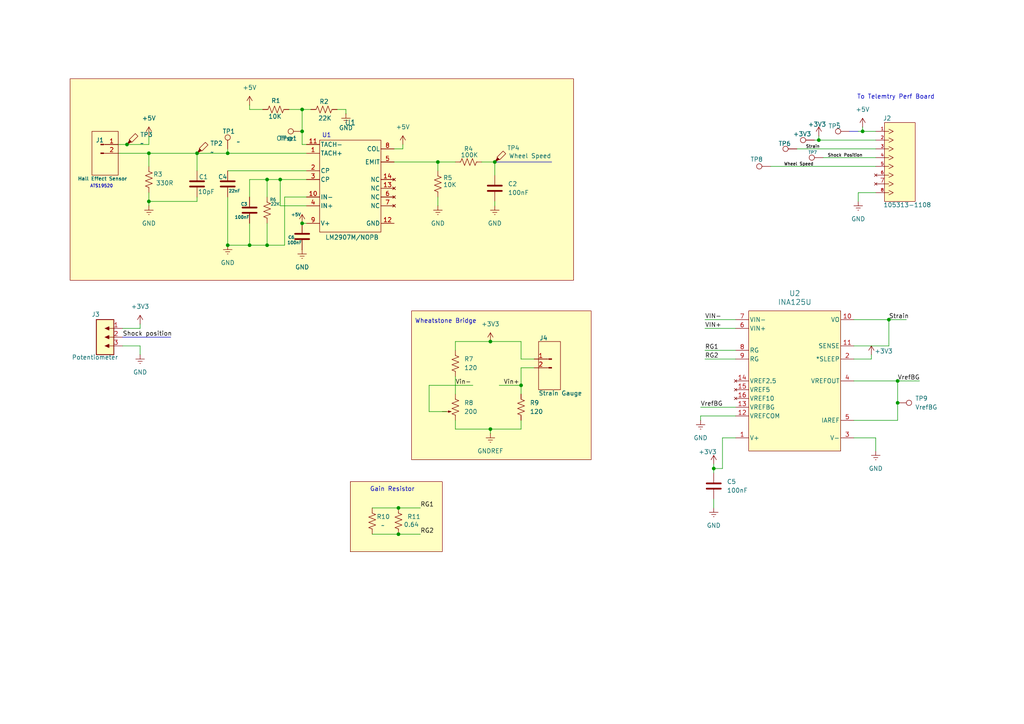
<source format=kicad_sch>
(kicad_sch (version 20231120) (generator "eeschema") (generator_version "8.0")
  (paper "A4")
  (lib_symbols
    (symbol "Conn_01x02_Pin_1" (pin_names (offset 1.016) hide)
      (property "Reference" "J4" (at 3.556 -8.636 0))
      (property "Value" "Strain Gauge" (at 3.81 7.366 0))
      (symbol "Conn_01x02_Pin_1_1_1"
        (polyline (pts (xy 1.27 -2.54) (xy 0.8636 -2.54)) (stroke (width 0.1524)))
        (polyline (pts (xy 1.27 0) (xy 0.8636 0)) (stroke (width 0.1524)))
        (rectangle (start 0.8636 -2.413) (end 0 -2.667) (stroke (width 0.1524)) (fill (type outline)))
        (rectangle (start 0.8636 0.127) (end 0 -0.127) (stroke (width 0.1524)) (fill (type outline)))
        (pin passive line (at 5.08 -2.54 180) (length 3.81) (name "Pin_2") (number "1"))
        (pin passive line (at 5.08 0 180) (length 3.81) (name "Pin_1") (number "2"))
      )
    )
    (symbol "Connector:Conn_01x02_Pin" (pin_names (offset 1.016) hide)
      (property "Reference" "J1" (at -0.254 1.27 0))
      (property "Value" "Hall Effect Sensor" (at -0.254 -4.572 0))
      (symbol "Conn_01x02_Pin_1_1"
        (rectangle (start -2.54 3.81) (end 5.08 -8.89) (fill (type background)))
        (polyline (pts (xy 1.27 -2.54) (xy 0.8636 -2.54)) (stroke (width 0.1524)))
        (polyline (pts (xy 1.27 0) (xy 0.8636 0)) (stroke (width 0.1524)))
        (rectangle (start 0.8636 -2.413) (end 0 -2.667) (stroke (width 0.1524)) (fill (type outline)))
        (rectangle (start 0.8636 0.127) (end 0 -0.127) (stroke (width 0.1524)) (fill (type outline)))
        (pin passive line (at 5.08 0 180) (length 3.81) (name "Pin_1") (number "1"))
        (pin passive line (at 5.08 -2.54 180) (length 3.81) (name "Pin_2") (number "2"))
      )
    )
    (symbol "Connector:Conn_01x08_Pin" (pin_names (offset 1.016) hide)
      (property "Reference" "J2" (at 8.382 11.43 0))
      (property "Value" "105313-1108" (at 3.81 -15.24 0))
      (symbol "Conn_01x08_Pin_1_1"
        (rectangle (start 7.62 10.16) (end 16.51 -12.7) (fill (type background)))
        (pin passive clock (at 5.08 7.62 0) (length 3.81) (name "Pin_1") (number "1"))
        (pin passive clock (at 5.08 5.08 0) (length 3.81) (name "Pin_2") (number "2"))
        (pin passive clock (at 5.08 2.54 0) (length 3.81) (name "Pin_3") (number "3"))
        (pin passive clock (at 5.08 0 0) (length 3.81) (name "Pin_4") (number "4"))
        (pin passive clock (at 5.08 -2.54 0) (length 3.81) (name "Pin_5") (number "5"))
        (pin no_connect clock (at 5.08 -5.08 0) (length 3.81) (name "Pin_6") (number "6"))
        (pin no_connect clock (at 5.08 -7.62 0) (length 3.81) (name "Pin_7") (number "7"))
        (pin passive clock (at 5.08 -10.16 0) (length 3.81) (name "Pin_8") (number "8"))
      )
    )
    (symbol "Connector:TestPoint" (pin_numbers hide) (pin_names (offset 0.762) hide)
      (property "Reference" "TP" (at 0 6.858 0))
      (property "Value" "TestPoint" (at 0 5.08 0))
      (symbol "TestPoint_0_1"
        (circle (center 0 3.302) (radius 0.762))
      )
      (symbol "TestPoint_1_1"
        (pin passive line (at 0 0 90) (length 2.54) (name "1") (number "1"))
      )
    )
    (symbol "Connector:TestPoint_Probe" (pin_numbers hide) (pin_names (offset 0.762) hide)
      (property "Reference" "TP" (at 1.651 5.842 0))
      (property "Value" "TestPoint_Probe" (at 1.651 4.064 0))
      (symbol "TestPoint_Probe_0_1"
        (polyline (pts (xy 1.27 0.762) (xy 0 0) (xy 0.762 1.27) (xy 1.27 0.762)) (fill (type outline)))
        (polyline (pts (xy 1.397 0.635) (xy 0.635 1.397) (xy 2.413 3.175) (xy 3.175 2.413) (xy 1.397 0.635)) (fill (type background)))
      )
      (symbol "TestPoint_Probe_1_1"
        (pin passive line (at 0 0 90) (length 0) (name "1") (number "1"))
      )
    )
    (symbol "Device:C" (pin_numbers hide) (pin_names (offset 0.254))
      (property "Reference" "C" (at 0.635 2.54 0))
      (property "Value" "C" (at 0.635 -2.54 0))
      (symbol "C_0_1"
        (polyline (pts (xy -2.032 -0.762) (xy 2.032 -0.762)) (stroke (width 0.508)))
        (polyline (pts (xy -2.032 0.762) (xy 2.032 0.762)) (stroke (width 0.508)))
      )
      (symbol "C_1_1"
        (pin passive line (at 0 3.81 270) (length 2.794) (name "~") (number "1"))
        (pin passive line (at 0 -3.81 90) (length 2.794) (name "~") (number "2"))
      )
    )
    (symbol "Device:R_Potentiometer" (pin_names (offset 1.016) hide)
      (property "Reference" "J3" (at -2.794 7.874 0))
      (property "Value" "R_Potentiometer" (at 2.54 -4.572 0))
      (symbol "R_Potentiometer_0_1"
        (polyline (pts (xy -1.27 -1.27) (xy -0.127 -0.762) (xy -0.127 -1.778) (xy -1.27 -1.27)) (fill (type outline)))
        (polyline (pts (xy -1.27 1.27) (xy -0.127 1.778) (xy -0.127 0.762) (xy -1.27 1.27)) (fill (type outline)))
        (polyline (pts (xy -1.27 3.81) (xy -0.127 4.318) (xy -0.127 3.302) (xy -1.27 3.81)) (fill (type outline)))
      )
      (symbol "R_Potentiometer_1_1"
        (rectangle (start -3.81 6.35) (end 1.27 -3.81) (stroke (width 0.254)) (fill (type background)))
        (pin passive line (at 3.81 3.81 180) (length 3.81) (name "1") (number "1"))
        (pin passive line (at 3.81 1.27 180) (length 3.81) (name "2") (number "2"))
        (pin passive line (at 3.81 -1.27 180) (length 3.81) (name "3") (number "3"))
      )
    )
    (symbol "Device:R_US" (pin_numbers hide) (pin_names (offset 0))
      (property "Reference" "R" (at 2.54 0 90))
      (property "Value" "R_US" (at -2.54 0 90))
      (symbol "R_US_0_1"
        (polyline (pts (xy 0 -2.286) (xy 0 -2.54)))
        (polyline (pts (xy 0 2.286) (xy 0 2.54)))
        (polyline (pts (xy 0 -0.762) (xy 1.016 -1.143) (xy 0 -1.524) (xy -1.016 -1.905) (xy 0 -2.286)))
        (polyline (pts (xy 0 0.762) (xy 1.016 0.381) (xy 0 0) (xy -1.016 -0.381) (xy 0 -0.762)))
        (polyline (pts (xy 0 2.286) (xy 1.016 1.905) (xy 0 1.524) (xy -1.016 1.143) (xy 0 0.762)))
      )
      (symbol "R_US_1_1"
        (pin passive line (at 0 3.81 270) (length 1.27) (name "~") (number "1"))
        (pin passive line (at 0 -3.81 90) (length 1.27) (name "~") (number "2"))
      )
    )
    (symbol "FS_3_Global_Symbol_Library:LM2907M_NOPB" (pin_names (offset 0.254))
      (property "Value" "LM2907M/NOPB" (at 8.636 -5.334 0))
      (symbol "LM2907M_NOPB_1_1"
        (rectangle (start 0 22.86) (end 17.78 -3.81) (fill (type background)))
        (pin input line (at -3.81 19.05 0) (length 3.81) (name "TACH+") (number "1"))
        (pin input line (at -3.81 6.35 0) (length 3.81) (name "IN-") (number "10"))
        (pin input line (at -3.81 21.59 0) (length 3.81) (name "TACH-") (number "11"))
        (pin power_in line (at 21.59 -1.27 180) (length 3.81) (name "GND") (number "12"))
        (pin no_connect line (at 21.59 8.89 180) (length 3.81) (name "NC") (number "13"))
        (pin no_connect line (at 21.59 11.43 180) (length 3.81) (name "NC") (number "14"))
        (pin passive line (at -3.81 13.97 0) (length 3.81) (name "CP") (number "2"))
        (pin passive line (at -3.81 11.43 0) (length 3.81) (name "CP") (number "3"))
        (pin passive line (at -3.81 3.81 0) (length 3.81) (name "IN+") (number "4"))
        (pin passive line (at 21.59 16.51 180) (length 3.81) (name "EMIT") (number "5"))
        (pin no_connect line (at 21.59 6.35 180) (length 3.81) (name "NC") (number "6"))
        (pin no_connect line (at 21.59 3.81 180) (length 3.81) (name "NC") (number "7"))
        (pin passive line (at 21.59 20.32 180) (length 3.81) (name "COL") (number "8"))
        (pin power_in line (at -3.81 -1.27 0) (length 3.81) (name "V+") (number "9"))
      )
    )
    (symbol "Graphic:SYM_Arrow_Tiny" (in_bom no) (on_board no)
      (symbol "SYM_Arrow_Tiny_0_1"
        (polyline (pts (xy 1.27 0) (xy -1.27 0)))
        (polyline (pts (xy 1.27 0) (xy 0.508 -0.254) (xy 0.508 0.254) (xy 1.27 0)) (fill (type outline)))
      )
    )
    (symbol "New_Library:INA125U" (pin_names (offset 0.254))
      (property "Reference" "U1" (at 29.845 10.16 0))
      (property "Value" "INA125U" (at 29.845 7.62 0))
      (symbol "INA125U_1_1"
        (rectangle (start 16.51 5.08) (end 43.18 -35.56) (fill (type background)))
        (pin power_in line (at 12.7 -31.75 0) (length 3.81) (name "V+") (number "1"))
        (pin output line (at 46.99 2.54 180) (length 3.81) (name "VO") (number "10"))
        (pin unspecified line (at 46.99 -5.08 180) (length 3.81) (name "SENSE") (number "11"))
        (pin power_in line (at 12.7 -25.4 0) (length 3.81) (name "VREFCOM") (number "12"))
        (pin power_in line (at 12.7 -22.86 0) (length 3.81) (name "VREFBG") (number "13"))
        (pin no_connect line (at 12.7 -15.24 0) (length 3.81) (name "VREF2.5") (number "14"))
        (pin no_connect line (at 12.7 -17.78 0) (length 3.81) (name "VREF5") (number "15"))
        (pin no_connect line (at 12.7 -20.32 0) (length 3.81) (name "VREF10") (number "16"))
        (pin unspecified line (at 46.99 -8.89 180) (length 3.81) (name "*SLEEP") (number "2"))
        (pin power_in line (at 46.99 -31.75 180) (length 3.81) (name "V-") (number "3"))
        (pin output line (at 46.99 -15.24 180) (length 3.81) (name "VREFOUT") (number "4"))
        (pin unspecified line (at 46.99 -26.67 180) (length 3.81) (name "IAREF") (number "5"))
        (pin input line (at 12.7 0 0) (length 3.81) (name "VIN+") (number "6"))
        (pin input line (at 12.7 2.54 0) (length 3.81) (name "VIN-") (number "7"))
        (pin unspecified line (at 12.7 -6.35 0) (length 3.81) (name "RG") (number "8"))
        (pin unspecified line (at 12.7 -8.89 0) (length 3.81) (name "RG") (number "9"))
      )
    )
    (symbol "power:+3V3" (power) (pin_numbers hide) (pin_names (offset 0) hide)
      (property "Value" "+3V3" (at 0 3.556 0))
      (symbol "+3V3_0_1"
        (polyline (pts (xy -0.762 1.27) (xy 0 2.54)))
        (polyline (pts (xy 0 0) (xy 0 2.54)))
        (polyline (pts (xy 0 2.54) (xy 0.762 1.27)))
      )
      (symbol "+3V3_1_1"
        (pin power_in line (at 0 0 90) (length 0) (name "~") (number "1"))
      )
    )
    (symbol "power:+5V" (power) (pin_numbers hide) (pin_names (offset 0) hide)
      (property "Value" "+5V" (at 0 3.556 0))
      (symbol "+5V_0_1"
        (polyline (pts (xy -0.762 1.27) (xy 0 2.54)))
        (polyline (pts (xy 0 0) (xy 0 2.54)))
        (polyline (pts (xy 0 2.54) (xy 0.762 1.27)))
      )
      (symbol "+5V_1_1"
        (pin power_in line (at 0 0 90) (length 0) (name "~") (number "1"))
      )
    )
    (symbol "power:GNDREF" (power) (pin_numbers hide) (pin_names (offset 0) hide)
      (property "Value" "GNDREF" (at 0 -3.81 0))
      (symbol "GNDREF_0_1"
        (polyline (pts (xy -0.635 -1.905) (xy 0.635 -1.905)))
        (polyline (pts (xy -0.127 -2.54) (xy 0.127 -2.54)))
        (polyline (pts (xy 0 -1.27) (xy 0 0)))
        (polyline (pts (xy 1.27 -1.27) (xy -1.27 -1.27)))
      )
      (symbol "GNDREF_1_1"
        (pin power_in line (at 0 0 270) (length 0) (name "~") (number "1"))
      )
    )
  )
  (junction (at 87.63 38.1))
  (junction (at 66.04 44.45))
  (junction (at 77.47 52.07))
  (junction (at 151.13 111.76))
  (junction (at 260.35 116.84))
  (junction (at 260.35 110.49))
  (junction (at 257.81 92.71))
  (junction (at 87.63 64.77))
  (junction (at 43.18 58.42))
  (junction (at 36.83 41.91))
  (junction (at 72.39 71.12))
  (junction (at 66.04 71.12))
  (junction (at 43.18 44.45))
  (junction (at 81.28 52.07))
  (junction (at 142.24 99.06))
  (junction (at 87.63 31.75))
  (junction (at 115.57 154.94))
  (junction (at 250.19 38.1))
  (junction (at 143.51 46.99))
  (junction (at 115.57 147.32))
  (junction (at 142.24 124.46))
  (junction (at 127 46.99))
  (junction (at 57.15 44.45))
  (junction (at 237.49 40.64))
  (junction (at 77.47 71.12))
  (junction (at 207.01 135.89))
  (wire (pts (xy 57.15 44.45) (xy 66.04 44.45)))
  (wire (pts (xy 132.08 99.06) (xy 132.08 101.6)))
  (wire (pts (xy 254 40.64) (xy 237.49 40.64)))
  (wire (pts (xy 43.18 39.37) (xy 43.18 41.91)))
  (wire (pts (xy 77.47 64.77) (xy 77.47 71.12)))
  (wire (pts (xy 209.55 135.89) (xy 207.01 135.89)))
  (wire (pts (xy 143.51 58.42) (xy 143.51 59.69)))
  (wire (pts (xy 213.36 120.65) (xy 203.2 120.65)))
  (wire (pts (xy 127 57.15) (xy 127 59.69)))
  (wire (pts (xy 107.95 147.32) (xy 115.57 147.32)))
  (wire (pts (xy 107.95 154.94) (xy 115.57 154.94)))
  (wire (pts (xy 87.63 41.91) (xy 87.63 38.1)))
  (wire (pts (xy 72.39 52.07) (xy 72.39 57.15)))
  (wire (pts (xy 260.35 110.49) (xy 266.7 110.49)))
  (wire (pts (xy 76.2 31.75) (xy 72.39 31.75)))
  (wire (pts (xy 151.13 111.76) (xy 151.13 114.3)))
  (wire (pts (xy 142.24 99.06) (xy 132.08 99.06)))
  (wire (pts (xy 143.51 46.99) (xy 139.7 46.99)))
  (wire (pts (xy 154.94 106.68) (xy 151.13 106.68)))
  (wire (pts (xy 132.08 109.22) (xy 132.08 114.3)))
  (wire (pts (xy 88.9 59.69) (xy 81.28 59.69)))
  (wire (pts (xy 36.83 41.91) (xy 34.29 41.91)))
  (wire (pts (xy 204.47 101.6) (xy 213.36 101.6)))
  (wire (pts (xy 260.35 116.84) (xy 260.35 121.92)))
  (wire (pts (xy 127 46.99) (xy 127 49.53)))
  (wire (pts (xy 203.2 118.11) (xy 213.36 118.11)))
  (wire (pts (xy 252.73 104.14) (xy 247.65 104.14)))
  (wire (pts (xy 248.92 38.1) (xy 250.19 38.1)))
  (wire (pts (xy 237.49 40.64) (xy 237.49 39.37)))
  (wire (pts (xy 116.84 41.91) (xy 116.84 43.18)))
  (wire (pts (xy 204.47 104.14) (xy 213.36 104.14)))
  (wire (pts (xy 72.39 31.75) (xy 72.39 30.48)))
  (wire (pts (xy 77.47 71.12) (xy 82.55 71.12)))
  (wire (pts (xy 40.64 100.33) (xy 40.64 102.87)))
  (wire (pts (xy 127 46.99) (xy 132.08 46.99)))
  (wire (pts (xy 77.47 71.12) (xy 72.39 71.12)))
  (wire (pts (xy 88.9 41.91) (xy 87.63 41.91)))
  (wire (pts (xy 207.01 135.89) (xy 207.01 137.16)))
  (wire (pts (xy 247.65 92.71) (xy 257.81 92.71)))
  (wire (pts (xy 203.2 120.65) (xy 203.2 121.92)))
  (wire (pts (xy 72.39 71.12) (xy 66.04 71.12)))
  (wire (pts (xy 124.46 119.38) (xy 129.54 119.38)))
  (wire (pts (xy 154.94 104.14) (xy 151.13 104.14)))
  (wire (pts (xy 143.51 50.8) (xy 143.51 46.99)))
  (wire (pts (xy 254 127) (xy 247.65 127)))
  (polyline (pts (xy 246.38 38.1) (xy 248.92 38.1)))
  (wire (pts (xy 77.47 52.07) (xy 81.28 52.07)))
  (wire (pts (xy 87.63 31.75) (xy 90.17 31.75)))
  (wire (pts (xy 43.18 58.42) (xy 43.18 59.69)))
  (wire (pts (xy 254 130.81) (xy 254 127)))
  (wire (pts (xy 213.36 127) (xy 209.55 127)))
  (wire (pts (xy 250.19 38.1) (xy 250.19 36.83)))
  (wire (pts (xy 87.63 64.77) (xy 88.9 64.77)))
  (wire (pts (xy 66.04 57.15) (xy 66.04 71.12)))
  (wire (pts (xy 248.92 55.88) (xy 248.92 58.42)))
  (wire (pts (xy 100.33 31.75) (xy 100.33 33.02)))
  (wire (pts (xy 43.18 41.91) (xy 36.83 41.91)))
  (wire (pts (xy 247.65 100.33) (xy 257.81 100.33)))
  (wire (pts (xy 57.15 58.42) (xy 43.18 58.42)))
  (wire (pts (xy 257.81 100.33) (xy 257.81 92.71)))
  (wire (pts (xy 132.08 124.46) (xy 142.24 124.46)))
  (wire (pts (xy 43.18 48.26) (xy 43.18 44.45)))
  (wire (pts (xy 57.15 44.45) (xy 57.15 49.53)))
  (wire (pts (xy 43.18 44.45) (xy 57.15 44.45)))
  (wire (pts (xy 40.64 93.98) (xy 40.64 95.25)))
  (wire (pts (xy 142.24 124.46) (xy 142.24 125.73)))
  (wire (pts (xy 40.64 95.25) (xy 35.56 95.25)))
  (wire (pts (xy 43.18 44.45) (xy 34.29 44.45)))
  (wire (pts (xy 254 38.1) (xy 250.19 38.1)))
  (wire (pts (xy 57.15 57.15) (xy 57.15 58.42)))
  (wire (pts (xy 137.16 111.76) (xy 124.46 111.76)))
  (wire (pts (xy 260.35 110.49) (xy 260.35 116.84)))
  (wire (pts (xy 236.22 40.64) (xy 237.49 40.64)))
  (wire (pts (xy 43.18 55.88) (xy 43.18 58.42)))
  (wire (pts (xy 114.3 46.99) (xy 127 46.99)))
  (wire (pts (xy 115.57 147.32) (xy 121.92 147.32)))
  (polyline (pts (xy 35.56 97.79) (xy 49.53 97.79)))
  (wire (pts (xy 238.76 45.72) (xy 254 45.72)))
  (wire (pts (xy 77.47 52.07) (xy 77.47 57.15)))
  (wire (pts (xy 260.35 121.92) (xy 247.65 121.92)))
  (wire (pts (xy 151.13 99.06) (xy 142.24 99.06)))
  (wire (pts (xy 35.56 100.33) (xy 40.64 100.33)))
  (polyline (pts (xy 143.51 46.99) (xy 160.02 46.99)))
  (wire (pts (xy 97.79 31.75) (xy 100.33 31.75)))
  (wire (pts (xy 231.14 43.18) (xy 254 43.18)))
  (wire (pts (xy 254 55.88) (xy 248.92 55.88)))
  (wire (pts (xy 72.39 64.77) (xy 72.39 71.12)))
  (wire (pts (xy 82.55 57.15) (xy 82.55 71.12)))
  (wire (pts (xy 66.04 49.53) (xy 88.9 49.53)))
  (wire (pts (xy 81.28 52.07) (xy 81.28 59.69)))
  (wire (pts (xy 204.47 95.25) (xy 213.36 95.25)))
  (wire (pts (xy 115.57 154.94) (xy 121.92 154.94)))
  (wire (pts (xy 151.13 106.68) (xy 151.13 111.76)))
  (wire (pts (xy 247.65 110.49) (xy 260.35 110.49)))
  (wire (pts (xy 257.81 92.71) (xy 262.89 92.71)))
  (wire (pts (xy 132.08 121.92) (xy 132.08 124.46)))
  (wire (pts (xy 83.82 31.75) (xy 87.63 31.75)))
  (wire (pts (xy 66.04 44.45) (xy 88.9 44.45)))
  (wire (pts (xy 223.52 48.26) (xy 254 48.26)))
  (wire (pts (xy 124.46 111.76) (xy 124.46 119.38)))
  (wire (pts (xy 252.73 102.87) (xy 252.73 104.14)))
  (wire (pts (xy 116.84 43.18) (xy 114.3 43.18)))
  (wire (pts (xy 81.28 52.07) (xy 88.9 52.07)))
  (wire (pts (xy 209.55 127) (xy 209.55 135.89)))
  (wire (pts (xy 142.24 124.46) (xy 151.13 124.46)))
  (wire (pts (xy 207.01 134.62) (xy 207.01 135.89)))
  (wire (pts (xy 66.04 44.45) (xy 66.04 43.18)))
  (wire (pts (xy 204.47 92.71) (xy 213.36 92.71)))
  (wire (pts (xy 151.13 104.14) (xy 151.13 99.06)))
  (wire (pts (xy 87.63 31.75) (xy 87.63 38.1)))
  (wire (pts (xy 151.13 121.92) (xy 151.13 124.46)))
  (wire (pts (xy 144.78 111.76) (xy 151.13 111.76)))
  (wire (pts (xy 77.47 52.07) (xy 72.39 52.07)))
  (wire (pts (xy 207.01 144.78) (xy 207.01 147.32)))
  (wire (pts (xy 88.9 57.15) (xy 82.55 57.15)))
  (rectangle (start 156.21 99.06) (end 162.56 113.03) (stroke (width 0) (color 132 0 0 1)) (fill (type color) (color 255 255 194 1)))
  (rectangle (start 101.6 139.7) (end 128.27 160.02) (stroke (width 0) (color 132 0 0 1)) (fill (type color) (color 255 255 194 1)))
  (rectangle (start 119.38 90.17) (end 171.45 133.35) (stroke (width 0) (color 132 0 0 1)) (fill (type color) (color 255 255 194 1)))
  (rectangle (start 20.32 22.86) (end 166.37 81.28) (stroke (width 0) (color 132 0 0 1)) (fill (type color) (color 255 255 194 1)))
  (text "ATS19520" (at 29.464 54.102 0) (effects (font (size 0.889 0.889))))
  (text "To Telemtry Perf Board\n" (at 259.842 28.194 0) (effects (font (size 1.27 1.27))))
  (text "Gain Resistor\n" (at 113.792 141.986 0) (effects (font (size 1.27 1.27))))
  (text "U1" (at 94.742 39.37 0) (effects (font (size 1.27 1.27))))
  (text "Wheatstone Bridge\n" (at 129.286 93.218 0) (effects (font (size 1.27 1.27))))
  (label "Vin-" (at 132.08 111.76 0))
  (label "Shock Position" (at 240.03 45.72 0) (effects (font (size 0.889 0.889))))
  (label "RG2" (at 204.47 104.14 0))
  (label "Strain" (at 233.68 43.18 0) (effects (font (size 0.889 0.889))))
  (label "Shock position" (at 35.56 97.79 0))
  (label "VrefBG" (at 203.2 118.11 0))
  (label "VIN+" (at 204.47 95.25 0))
  (label "Wheel Speed" (at 227.33 48.26 0) (effects (font (size 0.889 0.889))))
  (label "VIN-" (at 204.47 92.71 0))
  (label "VrefBG" (at 260.35 110.49 0))
  (label "Strain" (at 257.81 92.71 0))
  (label "RG2" (at 121.92 154.94 0))
  (label "Vin+" (at 146.05 111.76 0))
  (label "RG1" (at 121.92 147.32 0))
  (label "RG1" (at 204.47 101.6 0))
  (symbol (lib_id "Connector:TestPoint") (at 66.04 43.18 0) (unit 1)
    (property "Reference" "TP1" (at 64.516 38.1 0) (effects (justify left)))
    (property "Value" "~" (at 68.58 41.1479 0) (effects (justify left)))
    (property "Description" "test point" (effects (hide yes)))
  )
  (symbol (lib_id "power:+5V") (at 116.84 41.91 0) (unit 1)
    (property "Reference" "#PWR05" (effects (hide yes)))
    (property "Value" "+5V" (at 116.84 36.83 0))
    (property "Description" "Power symbol creates a global label with name \"+5V\"" (effects (hide yes)))
  )
  (symbol (lib_id "power:+3V3") (at 142.24 99.06 0) (unit 1)
    (property "Reference" "#PWR016" (effects (hide yes)))
    (property "Value" "+3V3" (at 142.24 93.98 0))
    (property "Description" "Power symbol creates a global label with name \"+3V3\"" (effects (hide yes)))
  )
  (symbol (lib_id "Graphic:SYM_Arrow_Tiny") (at 129.54 119.38 0) (unit 1) (exclude_from_sim yes) (in_bom no) (on_board no)
    (property "Reference" "#SYM1" (effects (hide yes)))
    (property "Value" "SYM_Arrow_Tiny" (effects (hide yes)))
    (property "Description" "Filled arrow, 100mil" (effects (hide yes)))
  )
  (symbol (lib_id "Device:R_US") (at 93.98 31.75 90) (unit 1)
    (property "Reference" "R2" (at 93.98 29.464 90))
    (property "Value" "10K" (at 79.756 33.782 90))
    (property "Footprint" "Resistor_SMD:R_0805_2012Metric_Pad1.20x1.40mm_HandSolder" (effects (hide yes)))
    (property "Description" "Resistor, US symbol" (effects (hide yes)))
  )
  (symbol (lib_id "power:GNDREF") (at 127 59.69 0) (unit 1)
    (property "Reference" "#PWR06" (effects (hide yes)))
    (property "Value" "GND" (at 127 64.77 0))
    (property "Description" "Power symbol creates a global label with name \"GNDREF\" , reference supply ground" (effects (hide yes)))
  )
  (symbol (lib_id "Device:C") (at 72.39 60.96 0) (unit 1)
    (property "Reference" "C3" (at 69.85 59.182 0) (effects (font (size 0.889 0.889)) (justify left)))
    (property "Value" "100nF" (at 68.072 62.992 0) (effects (font (size 0.889 0.889)) (justify left)))
    (property "Footprint" "Capacitor_SMD:C_0805_2012Metric_Pad1.18x1.45mm_HandSolder" (effects (hide yes)))
    (property "Description" "Unpolarized capacitor" (effects (hide yes)))
  )
  (symbol (lib_id "Device:R_US") (at 77.47 60.96 0) (unit 1)
    (property "Reference" "R6" (at 78.232 57.912 0) (effects (font (size 0.889 0.889)) (justify left)))
    (property "Value" "22K" (at 78.486 59.182 0) (effects (font (size 0.889 0.889)) (justify left)))
    (property "Footprint" "Resistor_SMD:R_0805_2012Metric_Pad1.20x1.40mm_HandSolder" (effects (hide yes)))
    (property "Description" "Resistor, US symbol" (effects (hide yes)))
  )
  (symbol (lib_id "Connector:TestPoint") (at 236.22 40.64 90) (unit 1)
    (property "Reference" "+3V3" (at 232.664 38.862 90))
    (property "Value" "TestPoint" (effects (hide yes)))
    (property "Description" "test point" (effects (hide yes)))
  )
  (symbol (lib_id "Connector:TestPoint") (at 87.63 38.1 90) (unit 1)
    (property "Reference" "TP@1" (at 83.566 40.132 90))
    (property "Value" "Offset" (at 83.058 40.132 90))
    (property "Description" "test point" (effects (hide yes)))
  )
  (symbol (lib_id "power:GNDREF") (at 66.04 71.12 0) (unit 1)
    (property "Reference" "#PWR010" (effects (hide yes)))
    (property "Value" "GND" (at 66.04 76.2 0))
    (property "Description" "Power symbol creates a global label with name \"GNDREF\" , reference supply ground" (effects (hide yes)))
  )
  (symbol (lib_id "Device:C") (at 57.15 53.34 0) (unit 1)
    (property "Reference" "C1" (at 57.658 51.308 0) (effects (justify left)))
    (property "Value" "10pF" (at 57.404 55.626 0) (effects (justify left)))
    (property "Footprint" "Capacitor_SMD:C_0805_2012Metric_Pad1.18x1.45mm_HandSolder" (effects (hide yes)))
    (property "Description" "Unpolarized capacitor" (effects (hide yes)))
  )
  (symbol (lib_id "power:+3V3") (at 207.01 134.62 0) (unit 1)
    (property "Reference" "#PWR019" (effects (hide yes)))
    (property "Value" "+3V3" (at 205.232 131.064 0))
    (property "Description" "Power symbol creates a global label with name \"+3V3\"" (effects (hide yes)))
  )
  (symbol (lib_id "Device:R_US") (at 151.13 118.11 0) (unit 1)
    (property "Reference" "R9" (at 153.67 116.8399 0) (effects (justify left)))
    (property "Value" "120" (at 153.67 119.3799 0) (effects (justify left)))
    (property "Footprint" "Resistor_SMD:R_0805_2012Metric_Pad1.20x1.40mm_HandSolder" (effects (hide yes)))
    (property "Description" "Resistor, US symbol" (effects (hide yes)))
  )
  (symbol (lib_id "Connector:Conn_01x08_Pin") (at 248.92 45.72 0) (unit 1)
    (property "Reference" "J2" (at 257.302 34.29 0))
    (property "Value" "105313-1108" (at 263.144 59.436 0))
  )
  (symbol (lib_id "Connector:TestPoint") (at 223.52 48.26 90) (unit 1)
    (property "Reference" "TP8" (at 219.456 46.228 90))
    (property "Value" "TestPoint" (effects (hide yes)))
    (property "Description" "test point" (effects (hide yes)))
  )
  (symbol (lib_id "power:+5V") (at 87.63 64.77 0) (unit 1)
    (property "Reference" "#PWR08" (effects (hide yes)))
    (property "Value" "+5V" (at 85.852 62.23 0) (effects (font (size 0.889 0.889))))
    (property "Description" "Power symbol creates a global label with name \"+5V\"" (effects (hide yes)))
  )
  (symbol (lib_id "Device:R_US") (at 43.18 52.07 0) (unit 1)
    (property "Reference" "R3" (at 44.45 50.546 0) (effects (justify left)))
    (property "Value" "330R" (at 45.212 53.086 0) (effects (justify left)))
    (property "Footprint" "Resistor_SMD:R_0805_2012Metric_Pad1.20x1.40mm_HandSolder" (effects (hide yes)))
    (property "Description" "Resistor, US symbol" (effects (hide yes)))
  )
  (symbol (lib_id "power:+3V3") (at 252.73 102.87 0) (unit 1)
    (property "Reference" "#PWR021" (effects (hide yes)))
    (property "Value" "+3V3" (at 256.286 101.854 0))
    (property "Description" "Power symbol creates a global label with name \"+3V3\"" (effects (hide yes)))
  )
  (symbol (lib_id "Device:C") (at 66.04 53.34 0) (unit 1)
    (property "Reference" "C4" (at 63.246 51.308 0) (effects (justify left)))
    (property "Value" "22nF" (at 66.294 55.372 0) (effects (font (size 0.889 0.889)) (justify left)))
    (property "Footprint" "Capacitor_SMD:C_0805_2012Metric_Pad1.18x1.45mm_HandSolder" (effects (hide yes)))
    (property "Description" "Unpolarized capacitor" (effects (hide yes)))
  )
  (symbol (lib_id "Connector:TestPoint") (at 231.14 43.18 90) (unit 1)
    (property "Reference" "TP6" (at 227.584 41.656 90))
    (property "Value" "TestPoint" (effects (hide yes)))
    (property "Description" "test point" (effects (hide yes)))
  )
  (symbol (lib_id "New_Library:INA125U") (at 200.66 95.25 0) (unit 1)
    (property "Reference" "U2" (at 230.505 85.09 0) (effects (font (size 1.524 1.524))))
    (property "Value" "INA125U" (at 230.505 87.63 0) (effects (font (size 1.524 1.524))))
    (property "Footprint" "New Library:105313-1108" (effects (hide yes)))
  )
  (symbol (lib_id "Device:R_US") (at 135.89 46.99 90) (unit 1)
    (property "Reference" "R4" (at 135.89 43.18 90))
    (property "Value" "100K" (at 136.144 44.958 90))
    (property "Footprint" "Resistor_SMD:R_0805_2012Metric_Pad1.20x1.40mm_HandSolder" (effects (hide yes)))
    (property "Description" "Resistor, US symbol" (effects (hide yes)))
  )
  (symbol (lib_id "power:GNDREF") (at 43.18 59.69 0) (unit 1)
    (property "Reference" "#PWR02" (effects (hide yes)))
    (property "Value" "GND" (at 43.18 64.77 0))
    (property "Description" "Power symbol creates a global label with name \"GNDREF\" , reference supply ground" (effects (hide yes)))
  )
  (symbol (lib_name "Conn_01x02_Pin_1") (lib_id "Connector:Conn_01x02_Pin") (at 160.02 106.68 180) (unit 1)
    (property "Reference" "J4" (at 156.464 98.044 0) (effects (justify right)))
    (property "Value" "Strain Gauge" (at 156.21 114.046 0) (effects (justify right)))
    (property "Description" "Generic connector, single row, 01x02, script generated" (effects (hide yes)))
  )
  (symbol (lib_id "Device:R_US") (at 127 53.34 0) (unit 1)
    (property "Reference" "R5" (at 128.524 51.562 0) (effects (justify left)))
    (property "Value" "10K" (at 128.524 53.594 0) (effects (justify left)))
    (property "Footprint" "Resistor_SMD:R_0805_2012Metric_Pad1.20x1.40mm_HandSolder" (effects (hide yes)))
    (property "Description" "Resistor, US symbol" (effects (hide yes)))
  )
  (symbol (lib_id "power:GNDREF") (at 40.64 102.87 0) (unit 1)
    (property "Reference" "#PWR012" (effects (hide yes)))
    (property "Value" "GND" (at 40.64 107.95 0))
    (property "Description" "Power symbol creates a global label with name \"GNDREF\" , reference supply ground" (effects (hide yes)))
  )
  (symbol (lib_id "power:GNDREF") (at 143.51 59.69 0) (unit 1)
    (property "Reference" "#PWR07" (effects (hide yes)))
    (property "Value" "GND" (at 143.51 64.77 0))
    (property "Description" "Power symbol creates a global label with name \"GNDREF\" , reference supply ground" (effects (hide yes)))
  )
  (symbol (lib_id "Connector:TestPoint") (at 238.76 45.72 90) (unit 1)
    (property "Reference" "TP7" (at 235.712 44.196 90) (effects (font (size 0.889 0.889))))
    (property "Value" "TestPoint" (effects (hide yes)))
    (property "Description" "test point" (effects (hide yes)))
  )
  (symbol (lib_id "power:GNDREF") (at 100.33 33.02 0) (unit 1)
    (property "Reference" "#PWR04" (effects (hide yes)))
    (property "Value" "GND" (at 100.33 37.084 0))
    (property "Description" "Power symbol creates a global label with name \"GNDREF\" , reference supply ground" (effects (hide yes)))
  )
  (symbol (lib_id "Device:R_US") (at 132.08 118.11 0) (unit 1)
    (property "Reference" "R8" (at 134.62 116.8399 0) (effects (justify left)))
    (property "Value" "200" (at 134.62 119.3799 0) (effects (justify left)))
    (property "Footprint" "Resistor_SMD:R_0805_2012Metric_Pad1.20x1.40mm_HandSolder" (effects (hide yes)))
    (property "Description" "Resistor, US symbol" (effects (hide yes)))
  )
  (symbol (lib_id "Connector:TestPoint") (at 246.38 38.1 90) (unit 1)
    (property "Reference" "TP5" (at 242.062 36.576 90))
    (property "Value" "~" (at 243.078 35.56 90))
    (property "Description" "test point" (effects (hide yes)))
  )
  (symbol (lib_id "power:GNDREF") (at 142.24 125.73 0) (unit 1)
    (property "Reference" "#PWR017" (effects (hide yes)))
    (property "Value" "GNDREF" (at 142.24 130.81 0))
    (property "Description" "Power symbol creates a global label with name \"GNDREF\" , reference supply ground" (effects (hide yes)))
  )
  (symbol (lib_id "Device:R_US") (at 80.01 31.75 270) (unit 1)
    (property "Reference" "R1" (at 80.01 29.21 90))
    (property "Value" "22K" (at 94.234 34.29 90))
    (property "Footprint" "Resistor_SMD:R_0805_2012Metric_Pad1.20x1.40mm_HandSolder" (effects (hide yes)))
    (property "Description" "Resistor, US symbol" (effects (hide yes)))
  )
  (symbol (lib_id "power:+5V") (at 43.18 39.37 0) (unit 1)
    (property "Reference" "#PWR01" (effects (hide yes)))
    (property "Value" "+5V" (at 43.18 34.29 0))
    (property "Description" "Power symbol creates a global label with name \"+5V\"" (effects (hide yes)))
  )
  (symbol (lib_id "Device:C") (at 87.63 68.58 0) (unit 1)
    (property "Reference" "C6" (at 83.566 68.834 0) (effects (font (size 0.889 0.889)) (justify left)))
    (property "Value" "100nF" (at 83.312 70.358 0) (effects (font (size 0.889 0.889)) (justify left)))
    (property "Footprint" "Capacitor_SMD:C_0805_2012Metric_Pad1.18x1.45mm_HandSolder" (effects (hide yes)))
    (property "Description" "Unpolarized capacitor" (effects (hide yes)))
  )
  (symbol (lib_id "FS_3_Global_Symbol_Library:LM2907M_NOPB") (at 92.71 63.5 0) (unit 1)
    (property "Reference" "U1" (at 101.6 35.56 0) (effects (font (size 1.524 1.524))))
    (property "Value" "LM2907M/NOPB" (at 102.108 68.834 0))
    (property "Footprint" "New Library:LM2907MNOPB" (effects (hide yes)))
  )
  (symbol (lib_id "Connector:Conn_01x02_Pin") (at 29.21 41.91 0) (unit 1)
    (property "Reference" "J1" (at 28.956 40.64 0))
    (property "Value" "Hall Effect Sensor" (at 29.718 51.816 0) (effects (font (size 1.016 1.016))))
    (property "Description" "Generic connector, single row, 01x02, script generated" (effects (hide yes)))
  )
  (symbol (lib_id "power:+3V3") (at 40.64 93.98 0) (unit 1)
    (property "Reference" "#PWR011" (effects (hide yes)))
    (property "Value" "+3V3" (at 40.64 88.9 0))
    (property "Description" "Power symbol creates a global label with name \"+3V3\"" (effects (hide yes)))
  )
  (symbol (lib_id "power:GNDREF") (at 203.2 121.92 0) (unit 1)
    (property "Reference" "#PWR018" (effects (hide yes)))
    (property "Value" "GND" (at 203.2 127 0))
    (property "Description" "Power symbol creates a global label with name \"GNDREF\" , reference supply ground" (effects (hide yes)))
  )
  (symbol (lib_id "power:GNDREF") (at 254 130.81 0) (unit 1)
    (property "Reference" "#PWR022" (effects (hide yes)))
    (property "Value" "GND" (at 254 135.89 0))
    (property "Description" "Power symbol creates a global label with name \"GNDREF\" , reference supply ground" (effects (hide yes)))
  )
  (symbol (lib_id "Device:R_US") (at 132.08 105.41 0) (unit 1)
    (property "Reference" "R7" (at 134.62 104.1399 0) (effects (justify left)))
    (property "Value" "120" (at 134.62 106.6799 0) (effects (justify left)))
    (property "Footprint" "Resistor_SMD:R_0805_2012Metric_Pad1.20x1.40mm_HandSolder" (effects (hide yes)))
    (property "Description" "Resistor, US symbol" (effects (hide yes)))
  )
  (symbol (lib_id "power:+3V3") (at 237.49 39.37 0) (unit 1)
    (property "Reference" "#PWR014" (effects (hide yes)))
    (property "Value" "+3V3" (at 236.982 36.068 0))
    (property "Description" "Power symbol creates a global label with name \"+3V3\"" (effects (hide yes)))
  )
  (symbol (lib_id "Connector:TestPoint_Probe") (at 36.83 41.91 0) (unit 1)
    (property "Reference" "TP3" (at 40.64 39.0524 0) (effects (justify left)))
    (property "Value" "~" (at 40.64 41.5924 0) (effects (justify left)))
    (property "Description" "test point (alternative probe-style design)" (effects (hide yes)))
  )
  (symbol (lib_id "Device:C") (at 207.01 140.97 0) (unit 1)
    (property "Reference" "C5" (at 210.82 139.6999 0) (effects (justify left)))
    (property "Value" "100nF" (at 210.82 142.2399 0) (effects (justify left)))
    (property "Footprint" "Capacitor_SMD:C_0805_2012Metric_Pad1.18x1.45mm_HandSolder" (effects (hide yes)))
    (property "Description" "Unpolarized capacitor" (effects (hide yes)))
  )
  (symbol (lib_id "Device:R_US") (at 115.57 151.13 0) (unit 1)
    (property "Reference" "R11" (at 118.11 149.8599 0) (effects (justify left)))
    (property "Value" "0.64" (at 117.094 152.146 0) (effects (justify left)))
    (property "Footprint" "Resistor_SMD:R_0805_2012Metric_Pad1.20x1.40mm_HandSolder" (effects (hide yes)))
    (property "Description" "Resistor, US symbol" (effects (hide yes)))
  )
  (symbol (lib_id "power:+5V") (at 250.19 36.83 0) (unit 1)
    (property "Reference" "#PWR013" (effects (hide yes)))
    (property "Value" "+5V" (at 250.19 31.75 0))
    (property "Description" "Power symbol creates a global label with name \"+5V\"" (effects (hide yes)))
  )
  (symbol (lib_id "Connector:TestPoint_Probe") (at 57.15 44.45 0) (unit 1)
    (property "Reference" "TP2" (at 60.96 41.5924 0) (effects (justify left)))
    (property "Value" "~" (at 60.96 44.1324 0) (effects (justify left)))
    (property "Description" "test point (alternative probe-style design)" (effects (hide yes)))
  )
  (symbol (lib_id "Connector:TestPoint") (at 260.35 116.84 270) (unit 1)
    (property "Reference" "TP9" (at 265.43 115.5699 90) (effects (justify left)))
    (property "Value" "VrefBG" (at 265.43 118.1099 90) (effects (justify left)))
    (property "Description" "test point" (effects (hide yes)))
  )
  (symbol (lib_id "Device:R_US") (at 107.95 151.13 0) (unit 1)
    (property "Reference" "R10" (at 109.22 149.86 0) (effects (justify left)))
    (property "Value" "~" (at 110.49 152.3999 0) (effects (justify left)))
    (property "Footprint" "Resistor_SMD:R_0805_2012Metric_Pad1.20x1.40mm_HandSolder" (effects (hide yes)))
    (property "Description" "Resistor, US symbol" (effects (hide yes)))
  )
  (symbol (lib_id "Device:C") (at 143.51 54.61 0) (unit 1)
    (property "Reference" "C2" (at 147.32 53.3399 0) (effects (justify left)))
    (property "Value" "100nF" (at 147.32 55.8799 0) (effects (justify left)))
    (property "Footprint" "Capacitor_SMD:C_0805_2012Metric_Pad1.18x1.45mm_HandSolder" (effects (hide yes)))
    (property "Description" "Unpolarized capacitor" (effects (hide yes)))
  )
  (symbol (lib_id "power:GNDREF") (at 87.63 72.39 0) (unit 1)
    (property "Reference" "#PWR09" (effects (hide yes)))
    (property "Value" "GND" (at 87.63 77.47 0))
    (property "Description" "Power symbol creates a global label with name \"GNDREF\" , reference supply ground" (effects (hide yes)))
  )
  (symbol (lib_id "power:+5V") (at 72.39 30.48 0) (unit 1)
    (property "Reference" "#PWR03" (effects (hide yes)))
    (property "Value" "+5V" (at 72.39 25.4 0))
    (property "Description" "Power symbol creates a global label with name \"+5V\"" (effects (hide yes)))
  )
  (symbol (lib_id "power:GNDREF") (at 248.92 58.42 0) (unit 1)
    (property "Reference" "#PWR015" (effects (hide yes)))
    (property "Value" "GND" (at 248.92 63.5 0))
    (property "Description" "Power symbol creates a global label with name \"GNDREF\" , reference supply ground" (effects (hide yes)))
  )
  (symbol (lib_id "Device:R_Potentiometer") (at 31.75 99.06 0) (unit 1)
    (property "Reference" "J3" (at 28.956 91.186 0) (effects (justify right)))
    (property "Value" "Potentiometer" (at 34.29 103.632 0) (effects (justify right)))
    (property "Description" "Potentiometer" (effects (hide yes)))
  )
  (symbol (lib_id "Connector:TestPoint_Probe") (at 143.51 46.99 0) (unit 1)
    (property "Reference" "TP4" (at 147.066 42.926 0) (effects (justify left)))
    (property "Value" "Wheel Speed" (at 147.574 45.212 0) (effects (justify left)))
    (property "Description" "test point (alternative probe-style design)" (effects (hide yes)))
  )
  (symbol (lib_id "power:GNDREF") (at 207.01 147.32 0) (unit 1)
    (property "Reference" "#PWR020" (effects (hide yes)))
    (property "Value" "GND" (at 207.01 152.4 0))
    (property "Description" "Power symbol creates a global label with name \"GNDREF\" , reference supply ground" (effects (hide yes)))
  )
)
</source>
